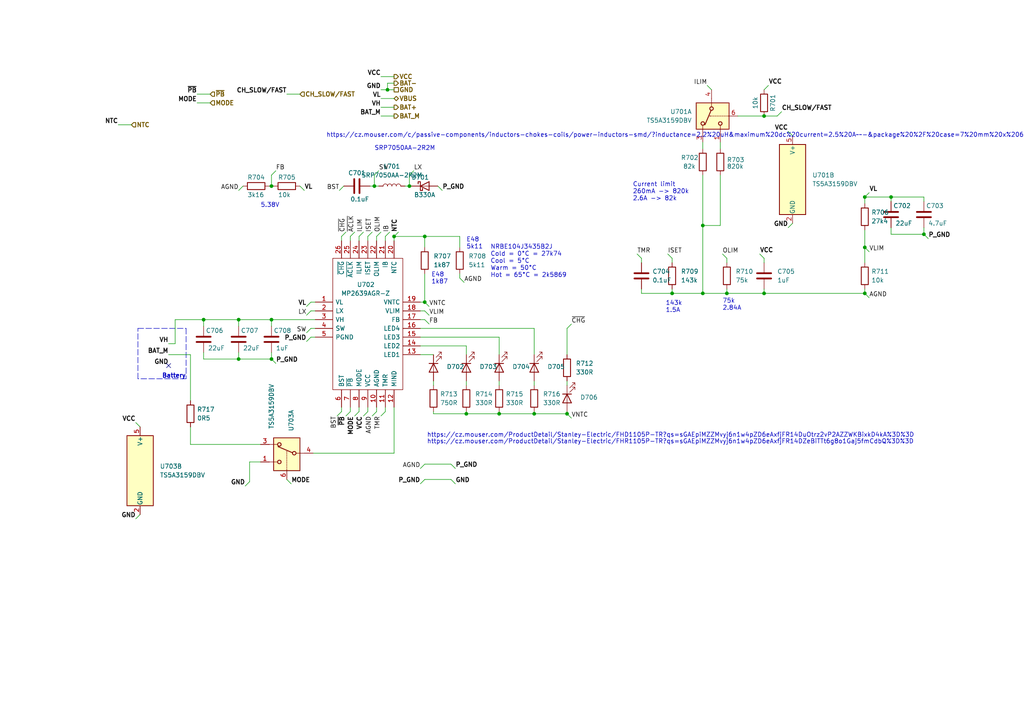
<source format=kicad_sch>
(kicad_sch (version 20211123) (generator eeschema)
  (paper "A4")
  (title_block (title "Power Unit - CanSat 2023") (date "2023-01-19") (rev "2022") (company "Project SkyFall") (comment 1 "David Haisman"))
  (lib_symbols
    (symbol "1Knihovna:MP2639AGR-Z" (pin_names (offset 0.762))
      (property "Reference" "U" (at 26.67 17.78 0))
      (property "Value" "MP2639AGR-Z" (at 26.67 15.24 0))
      (symbol "MP2639AGR-Z_0_0"
        (pin passive line (at 0 0 0) (length 5.08) (name "VL") (number "1"))
        (pin passive line (at 17.78 -30.48 90) (length 5.08) (name "AGND") (number "10"))
        (pin passive line (at 20.32 -30.48 90) (length 5.08) (name "TMR") (number "11"))
        (pin passive line (at 22.86 -30.48 90) (length 5.08) (name "MIND") (number "12"))
        (pin passive line (at 30.48 -15.24 180) (length 5.08) (name "LED1") (number "13"))
        (pin passive line (at 30.48 -12.7 180) (length 5.08) (name "LED2") (number "14"))
        (pin passive line (at 30.48 -10.16 180) (length 5.08) (name "LED3") (number "15"))
        (pin passive line (at 30.48 -7.62 180) (length 5.08) (name "LED4") (number "16"))
        (pin passive line (at 30.48 -5.08 180) (length 5.08) (name "FB") (number "17"))
        (pin passive line (at 30.48 -2.54 180) (length 5.08) (name "VLIM") (number "18"))
        (pin passive line (at 30.48 0 180) (length 5.08) (name "VNTC") (number "19"))
        (pin passive line (at 0 -2.54 0) (length 5.08) (name "LX") (number "2"))
        (pin passive line (at 22.86 17.78 270) (length 5.08) (name "NTC") (number "20"))
        (pin passive line (at 20.32 17.78 270) (length 5.08) (name "IB") (number "21"))
        (pin passive line (at 17.78 17.78 270) (length 5.08) (name "OLIM") (number "22"))
        (pin passive line (at 15.24 17.78 270) (length 5.08) (name "ISET") (number "23"))
        (pin passive line (at 12.7 17.78 270) (length 5.08) (name "ILIM") (number "24"))
        (pin passive line (at 10.16 17.78 270) (length 5.08) (name "~{ACLK}") (number "25"))
        (pin passive line (at 7.62 17.78 270) (length 5.08) (name "~{CHG}") (number "26"))
        (pin passive line (at 0 -5.08 0) (length 5.08) (name "VH") (number "3"))
        (pin passive line (at 0 -7.62 0) (length 5.08) (name "SW") (number "4"))
        (pin passive line (at 0 -10.16 0) (length 5.08) (name "PGND") (number "5"))
        (pin passive line (at 7.62 -30.48 90) (length 5.08) (name "BST") (number "6"))
        (pin passive line (at 10.16 -30.48 90) (length 5.08) (name "~{PB}") (number "7"))
        (pin passive line (at 12.7 -30.48 90) (length 5.08) (name "MODE") (number "8"))
        (pin passive line (at 15.24 -30.48 90) (length 5.08) (name "VCC") (number "9"))
      )
      (symbol "MP2639AGR-Z_0_1"
        (polyline (pts (xy 5.08 12.7) (xy 25.4 12.7) (xy 25.4 -25.4) (xy 5.08 -25.4) (xy 5.08 12.7)) (stroke (width 0.1524)))
      )
    )
    (symbol "Analog_Switch:TS5A3159DBV" (pin_names (offset 0.127))
      (property "Reference" "U" (at -3.175 4.699 0))
      (property "Value" "TS5A3159DBV" (at -3.175 2.921 0))
      (symbol "TS5A3159DBV_1_1"
        (rectangle (start -3.81 1.905) (end 3.81 -7.62) (stroke (width 0.254)) (fill (type background)))
        (circle (center -2.159 -2.54) (radius 0.508) (stroke (width 0.254)))
        (polyline (pts (xy -5.08 -2.54) (xy -2.794 -2.54)))
        (polyline (pts (xy -1.651 -2.413) (xy 2.54 -0.635)) (stroke (width 0.254)))
        (polyline (pts (xy 0 -7.62) (xy 0 -7.112)))
        (polyline (pts (xy 0 -6.858) (xy 0 -6.604)))
        (polyline (pts (xy 0 -6.35) (xy 0 -6.096)))
        (polyline (pts (xy 0 -5.842) (xy 0 -5.588)))
        (polyline (pts (xy 0 -5.334) (xy 0 -5.08)))
        (polyline (pts (xy 0 -4.826) (xy 0 -4.572)))
        (polyline (pts (xy 0 -4.318) (xy 0 -4.064)))
        (polyline (pts (xy 0 -3.81) (xy 0 -3.556)))
        (polyline (pts (xy 0 -3.302) (xy 0 -3.048)))
        (polyline (pts (xy 0 -2.794) (xy 0 -2.54)))
        (polyline (pts (xy 0 -2.286) (xy 0 -2.032)))
        (polyline (pts (xy 0 -2.286) (xy 0 -2.032)))
        (polyline (pts (xy 5.08 -5.08) (xy 2.794 -5.08)))
        (polyline (pts (xy 5.08 0) (xy 2.794 0)))
        (circle (center 2.159 -5.08) (radius 0.508) (stroke (width 0.254)))
        (circle (center 2.159 0) (radius 0.508) (stroke (width 0.254)))
        (pin passive line (at 7.62 -5.08 180) (length 2.54) (name "~") (number "1"))
        (pin passive line (at 7.62 0 180) (length 2.54) (name "~") (number "3"))
        (pin passive line (at -7.62 -2.54 0) (length 2.54) (name "~") (number "4"))
        (pin input line (at 0 -10.16 90) (length 2.54) (name "~") (number "6"))
      )
      (symbol "TS5A3159DBV_2_0"
        (pin power_in line (at 0 -12.7 90) (length 2.54) (name "GND") (number "2"))
        (pin power_in line (at 0 12.7 270) (length 2.54) (name "V+") (number "5"))
      )
      (symbol "TS5A3159DBV_2_1"
        (rectangle (start -3.81 10.16) (end 3.81 -10.16) (stroke (width 0.254)) (fill (type background)))
      )
    )
    (symbol "Device:C" (pin_numbers hide) (pin_names (offset 0.254))
      (property "Reference" "C" (at 0.635 2.54 0))
      (property "Value" "C" (at 0.635 -2.54 0))
      (symbol "C_0_1"
        (polyline (pts (xy -2.032 -0.762) (xy 2.032 -0.762)) (stroke (width 0.508)))
        (polyline (pts (xy -2.032 0.762) (xy 2.032 0.762)) (stroke (width 0.508)))
      )
      (symbol "C_1_1"
        (pin passive line (at 0 3.81 270) (length 2.794) (name "~") (number "1"))
        (pin passive line (at 0 -3.81 90) (length 2.794) (name "~") (number "2"))
      )
    )
    (symbol "Device:L" (pin_numbers hide) (pin_names (offset 1.016) hide)
      (property "Reference" "L" (at -1.27 0 90))
      (property "Value" "L" (at 1.905 0 90))
      (symbol "L_0_1"
        (arc (start 0 -2.54) (mid 0.635 -1.905) (end 0 -1.27))
        (arc (start 0 -1.27) (mid 0.635 -0.635) (end 0 0))
        (arc (start 0 0) (mid 0.635 0.635) (end 0 1.27))
        (arc (start 0 1.27) (mid 0.635 1.905) (end 0 2.54))
      )
      (symbol "L_1_1"
        (pin passive line (at 0 3.81 270) (length 1.27) (name "1") (number "1"))
        (pin passive line (at 0 -3.81 90) (length 1.27) (name "2") (number "2"))
      )
    )
    (symbol "Device:LED" (pin_numbers hide) (pin_names (offset 1.016) hide)
      (property "Reference" "D" (at 0 2.54 0))
      (property "Value" "LED" (at 0 -2.54 0))
      (symbol "LED_0_1"
        (polyline (pts (xy -1.27 -1.27) (xy -1.27 1.27)) (stroke (width 0.254)))
        (polyline (pts (xy -1.27 0) (xy 1.27 0)))
        (polyline (pts (xy 1.27 -1.27) (xy 1.27 1.27) (xy -1.27 0) (xy 1.27 -1.27)) (stroke (width 0.254)))
        (polyline (pts (xy -3.048 -0.762) (xy -4.572 -2.286) (xy -3.81 -2.286) (xy -4.572 -2.286) (xy -4.572 -1.524)))
        (polyline (pts (xy -1.778 -0.762) (xy -3.302 -2.286) (xy -2.54 -2.286) (xy -3.302 -2.286) (xy -3.302 -1.524)))
      )
      (symbol "LED_1_1"
        (pin passive line (at -3.81 0 0) (length 2.54) (name "K") (number "1"))
        (pin passive line (at 3.81 0 180) (length 2.54) (name "A") (number "2"))
      )
    )
    (symbol "Device:R" (pin_numbers hide) (pin_names (offset 0))
      (property "Reference" "R" (at 2.032 0 90))
      (property "Value" "R" (at 0 0 90))
      (symbol "R_0_1"
        (rectangle (start -1.016 -2.54) (end 1.016 2.54) (stroke (width 0.254)))
      )
      (symbol "R_1_1"
        (pin passive line (at 0 3.81 270) (length 1.27) (name "~") (number "1"))
        (pin passive line (at 0 -3.81 90) (length 1.27) (name "~") (number "2"))
      )
    )
    (symbol "Diode:B330" (pin_numbers hide) (pin_names (offset 1.016) hide)
      (property "Reference" "D" (at 0 2.54 0))
      (property "Value" "B330" (at 0 -2.54 0))
      (symbol "B330_0_1"
        (polyline (pts (xy 1.27 0) (xy -1.27 0)))
        (polyline (pts (xy 1.27 1.27) (xy 1.27 -1.27) (xy -1.27 0) (xy 1.27 1.27)) (stroke (width 0.254)))
        (polyline (pts (xy -1.905 0.635) (xy -1.905 1.27) (xy -1.27 1.27) (xy -1.27 -1.27) (xy -0.635 -1.27) (xy -0.635 -0.635)) (stroke (width 0.254)))
      )
      (symbol "B330_1_1"
        (pin passive line (at -3.81 0 0) (length 2.54) (name "K") (number "1"))
        (pin passive line (at 3.81 0 180) (length 2.54) (name "A") (number "2"))
      )
    )
  )
  (junction (at 108.585 53.975))
  (junction (at 123.19 68.58))
  (junction (at 194.945 85.09))
  (junction (at 203.835 65.405))
  (junction (at 78.74 104.14))
  (junction (at 78.74 92.71))
  (junction (at 112.395 26.035))
  (junction (at 135.255 120.015))
  (junction (at 59.055 92.71))
  (junction (at 250.825 71.755))
  (junction (at 250.825 85.09))
  (junction (at 258.445 57.15))
  (junction (at 221.615 85.09))
  (junction (at 267.97 67.945))
  (junction (at 221.615 33.655))
  (junction (at 114.3 68.58))
  (junction (at 78.74 53.975))
  (junction (at 144.78 120.015))
  (junction (at 118.745 53.975))
  (junction (at 164.465 120.015))
  (junction (at 250.825 57.15))
  (junction (at 69.215 92.71))
  (junction (at 123.19 87.63))
  (junction (at 154.94 120.015))
  (junction (at 69.215 104.14))
  (junction (at 210.82 85.09))
  (junction (at 203.835 85.09))
  (no_connect (at 48.895 106.045))
  (wire (pts (xy 133.35 80.645) (xy 133.35 79.375)))
  (wire (pts (xy 258.445 57.15) (xy 258.445 58.42)))
  (wire (pts (xy 106.68 118.11) (xy 106.68 119.38)))
  (wire (pts (xy 186.055 83.82) (xy 186.055 85.09)))
  (wire (pts (xy 57.15 29.845) (xy 60.96 29.845)))
  (wire (pts (xy 250.825 66.675) (xy 250.825 71.755)))
  (wire (pts (xy 125.73 120.015) (xy 135.255 120.015)))
  (wire (pts (xy 210.82 85.09) (xy 221.615 85.09)))
  (wire (pts (xy 123.19 92.71) (xy 121.92 92.71)))
  (wire (pts (xy 222.885 24.765) (xy 221.615 26.035)))
  (wire (pts (xy 127 53.975) (xy 128.27 55.245)))
  (wire (pts (xy 205.105 24.765) (xy 206.375 26.035)))
  (wire (pts (xy 164.465 120.015) (xy 154.94 120.015)))
  (wire (pts (xy 125.73 119.38) (xy 125.73 120.015)))
  (wire (pts (xy 121.92 87.63) (xy 123.19 87.63)))
  (wire (pts (xy 208.915 41.275) (xy 208.915 43.18)))
  (wire (pts (xy 99.06 118.11) (xy 99.06 119.38)))
  (wire (pts (xy 97.79 120.65) (xy 99.06 119.38)))
  (wire (pts (xy 194.945 83.82) (xy 194.945 85.09)))
  (wire (pts (xy 267.97 57.15) (xy 258.445 57.15)))
  (wire (pts (xy 91.44 95.25) (xy 90.17 95.25)))
  (wire (pts (xy 220.345 73.66) (xy 221.615 74.93)))
  (wire (pts (xy 50.8 92.71) (xy 50.8 99.695)))
  (wire (pts (xy 57.15 27.305) (xy 60.96 27.305)))
  (wire (pts (xy 88.265 55.245) (xy 86.995 53.975)))
  (wire (pts (xy 109.22 119.38) (xy 107.95 120.65)))
  (wire (pts (xy 69.215 92.71) (xy 78.74 92.71)))
  (wire (pts (xy 121.92 97.79) (xy 144.78 97.79)))
  (wire (pts (xy 164.465 102.87) (xy 164.465 95.25)))
  (wire (pts (xy 90.17 97.79) (xy 88.9 99.06)))
  (wire (pts (xy 69.215 104.14) (xy 69.215 102.235)))
  (wire (pts (xy 101.6 119.38) (xy 100.33 120.65)))
  (wire (pts (xy 78.74 92.71) (xy 91.44 92.71)))
  (wire (pts (xy 267.97 67.945) (xy 269.24 69.215)))
  (wire (pts (xy 123.19 87.63) (xy 124.46 88.9)))
  (wire (pts (xy 91.44 90.17) (xy 90.17 90.17)))
  (wire (pts (xy 69.215 104.14) (xy 78.74 104.14)))
  (wire (pts (xy 90.17 97.79) (xy 91.44 97.79)))
  (wire (pts (xy 39.37 150.495) (xy 40.64 149.225)))
  (wire (pts (xy 121.92 95.25) (xy 154.94 95.25)))
  (wire (pts (xy 39.37 122.555) (xy 40.64 123.825)))
  (wire (pts (xy 194.945 76.2) (xy 194.945 74.93)))
  (wire (pts (xy 110.49 26.035) (xy 112.395 26.035)))
  (wire (pts (xy 133.35 68.58) (xy 123.19 68.58)))
  (wire (pts (xy 114.3 118.11) (xy 114.3 131.445)))
  (wire (pts (xy 71.12 140.97) (xy 72.39 139.7)))
  (wire (pts (xy 208.915 50.8) (xy 208.915 65.405)))
  (wire (pts (xy 250.825 71.755) (xy 250.825 76.2)))
  (wire (pts (xy 133.35 71.755) (xy 133.35 68.58)))
  (polyline (pts (xy 53.975 95.25) (xy 53.975 109.855)))
  (wire (pts (xy 48.895 99.695) (xy 50.8 99.695)))
  (wire (pts (xy 123.19 92.71) (xy 124.46 93.98)))
  (wire (pts (xy 112.395 26.035) (xy 114.3 26.035)))
  (wire (pts (xy 69.215 94.615) (xy 69.215 92.71)))
  (wire (pts (xy 123.19 68.58) (xy 114.3 68.58)))
  (wire (pts (xy 55.245 123.825) (xy 55.245 128.905)))
  (wire (pts (xy 109.855 53.975) (xy 108.585 53.975)))
  (wire (pts (xy 208.915 65.405) (xy 203.835 65.405)))
  (wire (pts (xy 109.22 118.11) (xy 109.22 119.38)))
  (wire (pts (xy 50.8 92.71) (xy 59.055 92.71)))
  (wire (pts (xy 90.17 87.63) (xy 91.44 87.63)))
  (wire (pts (xy 59.055 104.14) (xy 69.215 104.14)))
  (wire (pts (xy 118.745 50.8) (xy 118.745 53.975)))
  (wire (pts (xy 78.74 94.615) (xy 78.74 92.71)))
  (wire (pts (xy 123.19 87.63) (xy 123.19 79.375)))
  (wire (pts (xy 267.97 58.42) (xy 267.97 57.15)))
  (wire (pts (xy 75.565 133.985) (xy 72.39 133.985)))
  (wire (pts (xy 123.19 90.17) (xy 124.46 91.44)))
  (wire (pts (xy 78.74 53.975) (xy 79.375 53.975)))
  (wire (pts (xy 59.055 92.71) (xy 69.215 92.71)))
  (polyline (pts (xy 53.975 109.855) (xy 40.005 109.855)))
  (wire (pts (xy 267.97 67.945) (xy 267.97 66.04)))
  (wire (pts (xy 130.81 134.62) (xy 132.08 135.89)))
  (wire (pts (xy 144.78 119.38) (xy 144.78 120.015)))
  (wire (pts (xy 154.94 102.87) (xy 154.94 95.25)))
  (wire (pts (xy 132.08 140.335) (xy 130.81 139.065)))
  (wire (pts (xy 123.19 134.62) (xy 121.92 135.89)))
  (wire (pts (xy 134.62 81.915) (xy 133.35 80.645)))
  (wire (pts (xy 106.68 119.38) (xy 105.41 120.65)))
  (wire (pts (xy 121.92 90.17) (xy 123.19 90.17)))
  (wire (pts (xy 84.455 140.335) (xy 83.185 139.065)))
  (wire (pts (xy 78.74 50.8) (xy 78.74 53.975)))
  (wire (pts (xy 106.68 68.58) (xy 107.95 67.31)))
  (wire (pts (xy 78.105 53.975) (xy 78.74 53.975)))
  (wire (pts (xy 70.485 53.975) (xy 69.215 55.245)))
  (wire (pts (xy 250.825 59.055) (xy 250.825 57.15)))
  (wire (pts (xy 164.465 111.76) (xy 164.465 110.49)))
  (wire (pts (xy 221.615 33.655) (xy 225.425 33.655)))
  (wire (pts (xy 203.835 50.8) (xy 203.835 65.405)))
  (wire (pts (xy 186.055 76.2) (xy 186.055 74.93)))
  (wire (pts (xy 110.49 31.115) (xy 114.3 31.115)))
  (wire (pts (xy 108.585 50.8) (xy 108.585 53.975)))
  (wire (pts (xy 78.74 104.14) (xy 80.01 105.41)))
  (wire (pts (xy 110.49 33.655) (xy 114.3 33.655)))
  (wire (pts (xy 121.92 102.87) (xy 125.73 102.87)))
  (wire (pts (xy 221.615 76.2) (xy 221.615 74.93)))
  (wire (pts (xy 186.055 74.93) (xy 184.785 73.66)))
  (wire (pts (xy 112.395 24.13) (xy 114.3 24.13)))
  (wire (pts (xy 101.6 69.85) (xy 101.6 68.58)))
  (wire (pts (xy 110.49 22.225) (xy 114.3 22.225)))
  (wire (pts (xy 88.9 96.52) (xy 90.17 95.25)))
  (wire (pts (xy 164.465 119.38) (xy 164.465 120.015)))
  (wire (pts (xy 135.255 120.015) (xy 144.78 120.015)))
  (wire (pts (xy 78.74 104.14) (xy 78.74 102.235)))
  (wire (pts (xy 59.055 94.615) (xy 59.055 92.71)))
  (wire (pts (xy 120.015 49.53) (xy 118.745 50.8)))
  (wire (pts (xy 221.615 83.82) (xy 221.615 85.09)))
  (wire (pts (xy 104.14 118.11) (xy 104.14 119.38)))
  (wire (pts (xy 114.3 69.85) (xy 114.3 68.58)))
  (wire (pts (xy 114.3 68.58) (xy 115.57 67.31)))
  (wire (pts (xy 104.14 119.38) (xy 102.87 120.65)))
  (wire (pts (xy 108.585 53.975) (xy 107.315 53.975)))
  (wire (pts (xy 99.06 68.58) (xy 100.33 67.31)))
  (wire (pts (xy 118.745 53.975) (xy 119.38 53.975)))
  (wire (pts (xy 114.3 28.575) (xy 110.49 28.575)))
  (wire (pts (xy 258.445 67.945) (xy 267.97 67.945)))
  (wire (pts (xy 228.6 38.1) (xy 229.87 39.37)))
  (wire (pts (xy 109.855 49.53) (xy 108.585 50.8)))
  (wire (pts (xy 213.995 33.655) (xy 221.615 33.655)))
  (wire (pts (xy 203.835 43.18) (xy 203.835 41.275)))
  (wire (pts (xy 203.835 85.09) (xy 210.82 85.09)))
  (wire (pts (xy 250.825 85.09) (xy 252.095 86.36)))
  (wire (pts (xy 210.82 74.93) (xy 209.55 73.66)))
  (wire (pts (xy 210.82 76.2) (xy 210.82 74.93)))
  (wire (pts (xy 164.465 95.25) (xy 165.735 93.98)))
  (wire (pts (xy 83.185 27.305) (xy 86.995 27.305)))
  (wire (pts (xy 135.255 102.87) (xy 135.255 100.33)))
  (wire (pts (xy 80.01 49.53) (xy 78.74 50.8)))
  (wire (pts (xy 164.465 120.015) (xy 165.735 121.285)))
  (wire (pts (xy 101.6 118.11) (xy 101.6 119.38)))
  (wire (pts (xy 194.945 85.09) (xy 203.835 85.09)))
  (wire (pts (xy 90.17 87.63) (xy 88.9 88.9)))
  (wire (pts (xy 250.825 71.755) (xy 252.095 73.025)))
  (wire (pts (xy 111.76 69.85) (xy 111.76 68.58)))
  (polyline (pts (xy 40.005 109.855) (xy 40.005 95.25)))
  (wire (pts (xy 250.825 57.15) (xy 252.095 55.88)))
  (wire (pts (xy 123.19 71.755) (xy 123.19 68.58)))
  (wire (pts (xy 121.92 140.335) (xy 123.19 139.065)))
  (wire (pts (xy 226.695 32.385) (xy 225.425 33.655)))
  (wire (pts (xy 135.255 119.38) (xy 135.255 120.015)))
  (wire (pts (xy 193.675 73.66) (xy 194.945 74.93)))
  (wire (pts (xy 123.19 134.62) (xy 130.81 134.62)))
  (wire (pts (xy 123.19 139.065) (xy 130.81 139.065)))
  (wire (pts (xy 258.445 66.04) (xy 258.445 67.945)))
  (polyline (pts (xy 40.005 95.25) (xy 53.975 95.25)))
  (wire (pts (xy 144.78 111.76) (xy 144.78 110.49)))
  (wire (pts (xy 98.425 55.245) (xy 99.695 53.975)))
  (wire (pts (xy 135.255 111.76) (xy 135.255 110.49)))
  (wire (pts (xy 55.245 128.905) (xy 75.565 128.905)))
  (wire (pts (xy 186.055 85.09) (xy 194.945 85.09)))
  (wire (pts (xy 144.78 102.87) (xy 144.78 97.79)))
  (wire (pts (xy 210.82 83.82) (xy 210.82 85.09)))
  (wire (pts (xy 104.14 68.58) (xy 105.41 67.31)))
  (wire (pts (xy 111.76 119.38) (xy 110.49 120.65)))
  (wire (pts (xy 101.6 68.58) (xy 102.87 67.31)))
  (wire (pts (xy 144.78 120.015) (xy 154.94 120.015)))
  (wire (pts (xy 34.29 36.195) (xy 38.1 36.195)))
  (wire (pts (xy 90.805 131.445) (xy 114.3 131.445)))
  (wire (pts (xy 104.14 69.85) (xy 104.14 68.58)))
  (wire (pts (xy 99.06 69.85) (xy 99.06 68.58)))
  (wire (pts (xy 154.94 119.38) (xy 154.94 120.015)))
  (wire (pts (xy 154.94 111.76) (xy 154.94 110.49)))
  (wire (pts (xy 55.245 116.205) (xy 55.245 102.87)))
  (wire (pts (xy 48.895 102.87) (xy 55.245 102.87)))
  (wire (pts (xy 109.22 69.85) (xy 109.22 68.58)))
  (wire (pts (xy 250.825 57.15) (xy 258.445 57.15)))
  (wire (pts (xy 228.6 66.04) (xy 229.87 64.77)))
  (wire (pts (xy 111.76 118.11) (xy 111.76 119.38)))
  (wire (pts (xy 111.76 68.58) (xy 113.03 67.31)))
  (wire (pts (xy 112.395 26.035) (xy 112.395 24.13)))
  (wire (pts (xy 221.615 85.09) (xy 250.825 85.09)))
  (wire (pts (xy 121.92 100.33) (xy 135.255 100.33)))
  (wire (pts (xy 59.055 102.235) (xy 59.055 104.14)))
  (wire (pts (xy 109.22 68.58) (xy 110.49 67.31)))
  (wire (pts (xy 250.825 85.09) (xy 250.825 83.82)))
  (wire (pts (xy 125.73 111.76) (xy 125.73 110.49)))
  (wire (pts (xy 117.475 53.975) (xy 118.745 53.975)))
  (wire (pts (xy 106.68 69.85) (xy 106.68 68.58)))
  (wire (pts (xy 203.835 65.405) (xy 203.835 85.09)))
  (wire (pts (xy 90.17 90.17) (xy 88.9 91.44)))
  (wire (pts (xy 72.39 133.985) (xy 72.39 139.7)))
  (text "https://cz.mouser.com/c/passive-components/inductors-chokes-coils/power-inductors-smd/?inductance=2.2%20uH&maximum%20dc%20current=2.5%20A~~-&package%20%2F%20case=7%20mm%20x%206.5%20mm%20x%204.5%20mm~~7.8%20mm%20x%207.6%20mm%20x%202.9%20mm&shielding=Shielded&rp=passive-components%2Finductors-chokes-coils%2Fpower-inductors-smd%7C~Maximum%20DC%20Current%7C~Package%20%2F%20Case" (at 94.615 40.005 0) (effects (font (size 1.27 1.27)) (justify left bottom)))
  (text "5.38V" (at 75.565 60.325 0) (effects (font (size 1.27 1.27)) (justify left bottom)))
  (text "https://cz.mouser.com/ProductDetail/Stanley-Electric/FHD1105P-TR?qs=sGAEpiMZZMvyj6n1w4pZD6eAxfjFR14DuOtrz2vP2AZZWKBixkD4kA%3D%3D" (at 123.825 127 0) (effects (font (size 1.27 1.27)) (justify left bottom)))
  (text "75k\n2.84A" (at 209.55 90.17 0) (effects (font (size 1.27 1.27)) (justify left bottom)))
  (text "E48\n1k87" (at 125.095 82.55 0) (effects (font (size 1.27 1.27)) (justify left bottom)))
  (text "Battery" (at 53.975 109.855 180) (effects (font (size 1.27 1.27) bold) (justify right bottom)))
  (text "Current limit\n260mA -> 820k\n2.6A -> 82k" (at 183.515 58.42 0) (effects (font (size 1.27 1.27)) (justify left bottom)))
  (text "SRP7050AA-2R2M" (at 108.585 43.815 0) (effects (font (size 1.27 1.27)) (justify left bottom)))
  (text "NRBE104J3435B2J\nCold = 0°C = 27k74\nCool = 5°C\nWarm = 50°C\nHot = 65°C = 2k5869 " (at 142.24 80.645 0) (effects (font (size 1.27 1.27)) (justify left bottom)))
  (text "143k\n1.5A" (at 193.04 90.805 0) (effects (font (size 1.27 1.27)) (justify left bottom)))
  (text "https://cz.mouser.com/ProductDetail/Stanley-Electric/FHR1105P-TR?qs=sGAEpiMZZMvyj6n1w4pZD6eAxfjFR14DZeBiTTt6g8o1Gaj5fmCdbQ%3D%3D" (at 123.825 128.905 0) (effects (font (size 1.27 1.27)) (justify left bottom)))
  (text "E48\n5k11" (at 135.255 72.39 0) (effects (font (size 1.27 1.27)) (justify left bottom)))
  (label "~{PB}" (at 57.15 27.305 180) (effects (font (thickness 0.254) bold)))
  (label "ILIM" (at 205.105 24.765 180))
  (label "CH_SLOW{slash}FAST" (at 83.185 27.305 180) (effects (font bold)))
  (label "GND" (at 228.6 66.04 180) (effects (font (thickness 0.254) bold)))
  (label "VL" (at 88.9 88.9 180) (effects (font (thickness 0.254) bold)))
  (label "GND" (at 39.37 150.495 180) (effects (font (thickness 0.254) bold)))
  (label "OLIM" (at 110.49 67.31 90))
  (label "AGND" (at 69.215 55.245 180))
  (label "VCC" (at 110.49 22.225 180) (effects (font (thickness 0.254) bold)))
  (label "VNTC" (at 165.735 121.285 0))
  (label "ISET" (at 193.675 73.66 0))
  (label "OLIM" (at 209.55 73.66 0))
  (label "VCC" (at 39.37 122.555 180) (effects (font (thickness 0.254) bold)))
  (label "~{ACLK}" (at 102.87 67.31 90))
  (label "VL" (at 252.095 55.88 0) (effects (font (thickness 0.254) bold)))
  (label "AGND" (at 134.62 81.915 0))
  (label "ISET" (at 107.95 67.31 90))
  (label "BST" (at 97.79 120.65 270))
  (label "CH_SLOW{slash}FAST" (at 226.695 32.385 0) (effects (font bold)))
  (label "VCC" (at 222.885 24.765 0) (effects (font (thickness 0.254) bold)))
  (label "BAT_M" (at 110.49 33.655 180) (effects (font (thickness 0.254) bold)))
  (label "VCC" (at 105.41 120.65 270) (effects (font (thickness 0.254) bold)))
  (label "~{PB}" (at 100.33 120.65 270) (effects (font (thickness 0.254) bold)))
  (label "BAT_M" (at 48.895 102.87 180) (effects (font (thickness 0.254) bold)))
  (label "FB" (at 80.01 49.53 0))
  (label "SW" (at 88.9 96.52 180))
  (label "P_GND" (at 88.9 99.06 180) (effects (font (thickness 0.254) bold)))
  (label "P_GND" (at 121.92 140.335 180) (effects (font (thickness 0.254) bold)))
  (label "GND" (at 110.49 26.035 180) (effects (font (thickness 0.254) bold)))
  (label "P_GND" (at 128.27 55.245 0) (effects (font (thickness 0.254) bold)))
  (label "AGND" (at 107.95 120.65 270))
  (label "VNTC" (at 124.46 88.9 0))
  (label "TMR" (at 110.49 120.65 270))
  (label "BST" (at 98.425 55.245 180))
  (label "P_GND" (at 80.01 105.41 0) (effects (font (thickness 0.254) bold)))
  (label "AGND" (at 121.92 135.89 180))
  (label "NTC" (at 115.57 67.31 90) (effects (font (thickness 0.254) bold)))
  (label "MODE" (at 102.87 120.65 270) (effects (font (thickness 0.254) bold)))
  (label "SW" (at 109.855 49.53 0))
  (label "LX" (at 120.015 49.53 0))
  (label "~{CHG}" (at 100.33 67.31 90))
  (label "VH" (at 48.895 99.695 180) (effects (font (thickness 0.254) bold)))
  (label "P_GND" (at 132.08 135.89 0) (effects (font (thickness 0.254) bold)))
  (label "VLIM" (at 124.46 91.44 0))
  (label "~{CHG}" (at 165.735 93.98 0))
  (label "FB" (at 124.46 93.98 0))
  (label "VL" (at 88.265 55.245 0) (effects (font (thickness 0.254) bold)))
  (label "MODE" (at 84.455 140.335 0) (effects (font (thickness 0.254) bold)))
  (label "VL" (at 110.49 28.575 180) (effects (font (thickness 0.254) bold)))
  (label "VLIM" (at 252.095 73.025 0))
  (label "GND" (at 71.12 140.97 180) (effects (font (thickness 0.254) bold)))
  (label "VCC" (at 228.6 38.1 180) (effects (font (thickness 0.254) bold)))
  (label "TMR" (at 184.785 73.66 0))
  (label "IB" (at 113.03 67.31 90))
  (label "ILIM" (at 105.41 67.31 90))
  (label "GND" (at 132.08 140.335 0) (effects (font (thickness 0.254) bold)))
  (label "P_GND" (at 269.24 69.215 0) (effects (font (thickness 0.254) bold)))
  (label "AGND" (at 252.095 86.36 0))
  (label "LX" (at 88.9 91.44 180))
  (label "VCC" (at 220.345 73.66 0) (effects (font (thickness 0.254) bold)))
  (label "NTC" (at 34.29 36.195 180) (effects (font (thickness 0.254) bold)))
  (label "GND" (at 48.895 106.045 180) (effects (font (thickness 0.254) bold)))
  (label "VH" (at 110.49 31.115 180) (effects (font (thickness 0.254) bold)))
  (label "MODE" (at 57.15 29.845 180) (effects (font (thickness 0.254) bold)))
  (hierarchical_label "BAT+" (shape output) (at 114.3 31.115 0) (effects (font bold)))
  (hierarchical_label "BAT-" (shape output) (at 114.3 24.13 0) (effects (font bold)))
  (hierarchical_label "VBUS" (shape bidirectional) (at 114.3 28.575 0) (effects (font bold)))
  (hierarchical_label "VCC" (shape output) (at 114.3 22.225 0) (effects (font bold)))
  (hierarchical_label "MODE" (shape input) (at 60.96 29.845 0) (effects (font bold)))
  (hierarchical_label "NTC" (shape input) (at 38.1 36.195 0) (effects (font bold)))
  (hierarchical_label "BAT_M" (shape output) (at 114.3 33.655 0) (effects (font bold)))
  (hierarchical_label "GND" (shape passive) (at 114.3 26.035 0) (effects (font bold)))
  (hierarchical_label "~{PB}" (shape input) (at 60.96 27.305 0) (effects (font bold)))
  (hierarchical_label "CH_SLOW{slash}FAST" (shape input) (at 86.995 27.305 0) (effects (font bold)))
  (symbol (lib_id "Device:C") (at 221.615 80.01 0) (unit 1)
    (property "Reference" "C705" (at 225.425 78.7399 0) (effects (justify left)))
    (property "Value" "1uF" (at 225.425 81.2799 0) (effects (justify left)))
    (property "Footprint" "Capacitor_SMD:C_0805_2012Metric" (effects hide))
  )
  (symbol (lib_id "Device:R") (at 74.295 53.975 270) (unit 1)
    (property "Reference" "R704" (at 71.755 51.435 90) (effects (justify left)))
    (property "Value" "3k16" (at 71.755 56.515 90) (effects (justify left)))
    (property "Footprint" "Resistor_SMD:R_0805_2012Metric" (effects hide))
  )
  (symbol (lib_id "Analog_Switch:TS5A3159DBV") (at 83.185 128.905 0) (mirror y) (unit 1)
    (property "Reference" "U703" (at 84.4551 125.095 90) (effects (justify left)))
    (property "Value" "TS5A3159DBV" (at 78.74 124.46 90) (effects (justify left)))
    (property "Footprint" "Package_TO_SOT_SMD:SOT-23-6" (effects hide))
    (property "Datasheet" "http://www.ti.com/lit/ds/symlink/ts5a3159.pdf" (effects hide))
  )
  (symbol (lib_id "Device:R") (at 83.185 53.975 270) (unit 1)
    (property "Reference" "R705" (at 80.645 51.435 90) (effects (justify left)))
    (property "Value" "10k" (at 80.645 56.515 90) (effects (justify left)))
    (property "Footprint" "Resistor_SMD:R_0805_2012Metric" (effects hide))
  )
  (symbol (lib_id "Device:R") (at 135.255 115.57 180) (unit 1)
    (property "Reference" "R714" (at 137.795 114.2999 0) (effects (justify right)))
    (property "Value" "330R" (at 137.795 116.8399 0) (effects (justify right)))
    (property "Footprint" "Resistor_SMD:R_0805_2012Metric" (effects hide))
  )
  (symbol (lib_id "Device:C") (at 78.74 98.425 0) (unit 1)
    (property "Reference" "C708" (at 79.375 95.885 0) (effects (justify left)))
    (property "Value" "1uF" (at 80.01 100.965 0) (effects (justify left)))
    (property "Footprint" "Capacitor_SMD:C_0805_2012Metric" (effects hide))
  )
  (symbol (lib_id "Analog_Switch:TS5A3159DBV") (at 229.87 52.07 0) (unit 2)
    (property "Reference" "U701" (at 235.585 50.7999 0) (effects (justify left)))
    (property "Value" "TS5A3159DBV" (at 235.585 53.3399 0) (effects (justify left)))
    (property "Footprint" "Package_TO_SOT_SMD:SOT-23-6" (effects hide))
    (property "Datasheet" "http://www.ti.com/lit/ds/symlink/ts5a3159.pdf" (effects hide))
  )
  (symbol (lib_id "Device:R") (at 250.825 80.01 0) (unit 1)
    (property "Reference" "R711" (at 252.73 78.7399 0) (effects (justify left)))
    (property "Value" "10k" (at 252.73 81.2799 0) (effects (justify left)))
    (property "Footprint" "Resistor_SMD:R_0805_2012Metric" (effects hide))
  )
  (symbol (lib_id "Device:R") (at 125.73 115.57 180) (unit 1)
    (property "Reference" "R713" (at 127.635 114.2999 0) (effects (justify right)))
    (property "Value" "750R" (at 127.635 116.8399 0) (effects (justify right)))
    (property "Footprint" "Resistor_SMD:R_0805_2012Metric" (effects hide))
  )
  (symbol (lib_id "Device:R") (at 250.825 62.865 0) (unit 1)
    (property "Reference" "R706" (at 252.73 61.5949 0) (effects (justify left)))
    (property "Value" "27k4" (at 252.73 64.1349 0) (effects (justify left)))
    (property "Footprint" "Resistor_SMD:R_0805_2012Metric" (effects hide))
  )
  (symbol (lib_id "Device:R") (at 133.35 75.565 0) (unit 1)
    (property "Reference" "R708" (at 135.89 74.2949 0) (effects (justify left)))
    (property "Value" "5k11" (at 135.89 76.8349 0) (effects (justify left)))
    (property "Footprint" "Resistor_SMD:R_0805_2012Metric" (effects hide))
  )
  (symbol (lib_id "Device:R") (at 210.82 80.01 0) (unit 1)
    (property "Reference" "R710" (at 213.36 78.7399 0) (effects (justify left)))
    (property "Value" "75k" (at 213.36 81.2799 0) (effects (justify left)))
    (property "Footprint" "Resistor_SMD:R_0805_2012Metric" (effects hide))
  )
  (symbol (lib_id "Device:C") (at 258.445 62.23 0) (unit 1)
    (property "Reference" "C702" (at 259.08 59.69 0) (effects (justify left)))
    (property "Value" "22uF" (at 259.715 64.77 0) (effects (justify left)))
    (property "Footprint" "Capacitor_SMD:C_0805_2012Metric" (effects hide))
  )
  (symbol (lib_id "Analog_Switch:TS5A3159DBV") (at 203.835 33.655 90) (mirror x) (unit 1)
    (property "Reference" "U701" (at 200.66 32.3849 90) (effects (justify left)))
    (property "Value" "TS5A3159DBV" (at 200.66 34.9249 90) (effects (justify left)))
    (property "Footprint" "Package_TO_SOT_SMD:SOT-23-6" (effects hide))
    (property "Datasheet" "http://www.ti.com/lit/ds/symlink/ts5a3159.pdf" (effects hide))
  )
  (symbol (lib_id "Device:R") (at 144.78 115.57 180) (unit 1)
    (property "Reference" "R715" (at 146.685 114.2999 0) (effects (justify right)))
    (property "Value" "330R" (at 146.685 116.8399 0) (effects (justify right)))
    (property "Footprint" "Resistor_SMD:R_0805_2012Metric" (effects hide))
  )
  (symbol (lib_id "1Knihovna:MP2639AGR-Z") (at 91.44 87.63 0) (unit 1)
    (property "Reference" "U702" (at 103.505 82.55 0) (effects (justify left)))
    (property "Value" "MP2639AGR-Z" (at 106.045 85.09 0))
    (property "Footprint" "MP2639AGRZ" (effects hide))
    (property "Datasheet" "http://www.monolithicpower.com/pub/media/document/MP2639A_r1.0.pdf" (effects hide))
    (property "Description" "Battery Management 2-Cell 2.5A Li-ion or Li-polymer Switching Charger Integrated Bidirectional Charge/Discharge" (effects hide))
    (property "Height" "1" (effects hide))
    (property "Mouser Part Number" "946-MP2639AGR-Z" (effects hide))
    (property "Mouser Price/Stock" "https://www.mouser.co.uk/ProductDetail/Monolithic-Power-Systems-MPS/MP2639AGR-Z?qs=YCa%2FAAYMW004W5DDRZSXeQ%3D%3D" (effects hide))
    (property "Manufacturer_Name" "Monolithic Power Systems (MPS)" (effects hide))
    (property "Manufacturer_Part_Number" "MP2639AGR-Z" (effects hide))
  )
  (symbol (lib_id "Device:C") (at 59.055 98.425 0) (unit 1)
    (property "Reference" "C706" (at 59.69 95.885 0) (effects (justify left)))
    (property "Value" "22uF" (at 60.325 100.965 0) (effects (justify left)))
    (property "Footprint" "Capacitor_SMD:C_0805_2012Metric" (effects hide))
  )
  (symbol (lib_id "Device:LED") (at 164.465 115.57 90) (mirror x) (unit 1)
    (property "Reference" "D706" (at 168.275 115.2526 90) (effects (justify right)))
    (property "Value" "APT2012LSECK{slash}J3-PRV" (effects hide))
    (property "Footprint" "LED_SMD:LED_0805_2012Metric" (effects hide))
    (property "Meaning" "CHARGING" (effects hide))
  )
  (symbol (lib_id "Device:C") (at 186.055 80.01 0) (unit 1)
    (property "Reference" "C704" (at 189.23 78.7399 0) (effects (justify left)))
    (property "Value" "0.1uF" (at 189.23 81.2799 0) (effects (justify left)))
    (property "Footprint" "Capacitor_SMD:C_0805_2012Metric" (effects hide))
  )
  (symbol (lib_id "Device:R") (at 208.915 46.99 0) (unit 1)
    (property "Reference" "R703" (at 210.82 46.355 0) (effects (justify left)))
    (property "Value" "820k" (at 210.82 48.26 0) (effects (justify left)))
    (property "Footprint" "Resistor_SMD:R_0805_2012Metric" (effects hide))
  )
  (symbol (lib_id "Device:C") (at 267.97 62.23 0) (unit 1)
    (property "Reference" "C703" (at 268.605 59.69 0) (effects (justify left)))
    (property "Value" "4.7uF" (at 269.24 64.77 0) (effects (justify left)))
    (property "Footprint" "Capacitor_SMD:C_0805_2012Metric" (effects hide))
  )
  (symbol (lib_id "Device:R") (at 194.945 80.01 0) (unit 1)
    (property "Reference" "R709" (at 197.485 78.7399 0) (effects (justify left)))
    (property "Value" "143k" (at 197.485 81.2799 0) (effects (justify left)))
    (property "Footprint" "Resistor_SMD:R_0805_2012Metric" (effects hide))
  )
  (symbol (lib_id "Analog_Switch:TS5A3159DBV") (at 40.64 136.525 0) (unit 2)
    (property "Reference" "U703" (at 46.355 135.2549 0) (effects (justify left)))
    (property "Value" "TS5A3159DBV" (at 46.355 137.7949 0) (effects (justify left)))
    (property "Footprint" "Package_TO_SOT_SMD:SOT-23-6" (effects hide))
    (property "Datasheet" "http://www.ti.com/lit/ds/symlink/ts5a3159.pdf" (effects hide))
  )
  (symbol (lib_id "Device:R") (at 164.465 106.68 180) (unit 1)
    (property "Reference" "R712" (at 167.005 105.4099 0) (effects (justify right)))
    (property "Value" "330R" (at 167.005 107.9499 0) (effects (justify right)))
    (property "Footprint" "Resistor_SMD:R_0805_2012Metric" (effects hide))
  )
  (symbol (lib_id "Device:C") (at 103.505 53.975 270) (unit 1)
    (property "Reference" "C701" (at 100.965 50.165 90) (effects (justify left)))
    (property "Value" "0.1uF" (at 101.6 57.785 90) (effects (justify left)))
    (property "Footprint" "Capacitor_SMD:C_0805_2012Metric" (effects hide))
  )
  (symbol (lib_id "Device:LED") (at 135.255 106.68 90) (mirror x) (unit 1)
    (property "Reference" "D703" (at 139.065 106.3626 90) (effects (justify right)))
    (property "Value" "APT2012LZGCK" (effects hide))
    (property "Footprint" "LED_SMD:LED_0805_2012Metric" (effects hide))
  )
  (symbol (lib_id "Device:R") (at 154.94 115.57 180) (unit 1)
    (property "Reference" "R716" (at 157.48 114.2999 0) (effects (justify right)))
    (property "Value" "330R" (at 157.48 116.8399 0) (effects (justify right)))
    (property "Footprint" "Resistor_SMD:R_0805_2012Metric" (effects hide))
  )
  (symbol (lib_id "Device:L") (at 113.665 53.975 90) (unit 1)
    (property "Reference" "L701" (at 113.665 48.26 90))
    (property "Value" "SRP7050AA-2R2M" (at 113.665 50.8 90))
    (property "Footprint" "1Knihovna:L_Bourns_SRP7050AA" (effects hide))
  )
  (symbol (lib_id "Device:R") (at 123.19 75.565 0) (unit 1)
    (property "Reference" "R707" (at 125.73 74.2949 0) (effects (justify left)))
    (property "Value" "1k87" (at 125.73 76.8349 0) (effects (justify left)))
    (property "Footprint" "Resistor_SMD:R_0805_2012Metric" (effects hide))
  )
  (symbol (lib_id "Device:C") (at 69.215 98.425 0) (unit 1)
    (property "Reference" "C707" (at 69.85 95.885 0) (effects (justify left)))
    (property "Value" "22uF" (at 70.485 100.965 0) (effects (justify left)))
    (property "Footprint" "Capacitor_SMD:C_0805_2012Metric" (effects hide))
  )
  (symbol (lib_id "Device:LED") (at 144.78 106.68 90) (mirror x) (unit 1)
    (property "Reference" "D704" (at 148.59 106.3626 90) (effects (justify right)))
    (property "Value" "APT2012LZGCK" (effects hide))
    (property "Footprint" "LED_SMD:LED_0805_2012Metric" (effects hide))
  )
  (symbol (lib_id "Diode:B330") (at 123.19 53.975 0) (unit 1)
    (property "Reference" "D701" (at 124.46 51.435 0) (effects (justify right)))
    (property "Value" "B330A" (at 123.19 56.515 0))
    (property "Footprint" "Diode_SMD:D_SMA" (effects hide))
    (property "Datasheet" "https://www.diodes.com/assets/Datasheets/ds30891.pdf" (effects hide))
  )
  (symbol (lib_id "Device:R") (at 55.245 120.015 180) (unit 1)
    (property "Reference" "R717" (at 57.15 118.7449 0) (effects (justify right)))
    (property "Value" "0R5" (at 57.15 121.2849 0) (effects (justify right)))
    (property "Footprint" "Resistor_SMD:R_0805_2012Metric" (effects hide))
  )
  (symbol (lib_id "Device:LED") (at 125.73 106.68 90) (mirror x) (unit 1)
    (property "Reference" "D702" (at 129.54 106.3626 90) (effects (justify right)))
    (property "Value" "APT2012LZGCK" (effects hide))
    (property "Footprint" "LED_SMD:LED_0805_2012Metric" (effects hide))
  )
  (symbol (lib_id "Device:R") (at 221.615 29.845 0) (mirror y) (unit 1)
    (property "Reference" "R701" (at 224.155 29.845 90))
    (property "Value" "10k" (at 219.075 29.845 90))
    (property "Footprint" "Resistor_SMD:R_0805_2012Metric" (effects hide))
  )
  (symbol (lib_id "Device:LED") (at 154.94 106.68 90) (mirror x) (unit 1)
    (property "Reference" "D705" (at 158.75 106.3626 90) (effects (justify right)))
    (property "Value" "APT2012LZGCK" (effects hide))
    (property "Footprint" "LED_SMD:LED_0805_2012Metric" (effects hide))
  )
  (symbol (lib_id "Device:R") (at 203.835 46.99 0) (unit 1)
    (property "Reference" "R702" (at 197.485 45.72 0) (effects (justify left)))
    (property "Value" "82k" (at 198.12 48.26 0) (effects (justify left)))
    (property "Footprint" "Resistor_SMD:R_0805_2012Metric" (effects hide))
  )
)
</source>
